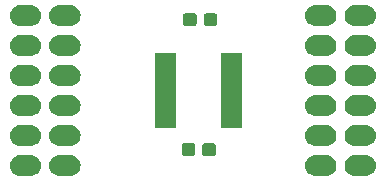
<source format=gbr>
G04 #@! TF.GenerationSoftware,KiCad,Pcbnew,5.1.4+dfsg1-1*
G04 #@! TF.CreationDate,2019-11-09T04:53:54-08:00*
G04 #@! TF.ProjectId,pmod-level-conv,706d6f64-2d6c-4657-9665-6c2d636f6e76,rev?*
G04 #@! TF.SameCoordinates,PX5095e20PY5204180*
G04 #@! TF.FileFunction,Soldermask,Top*
G04 #@! TF.FilePolarity,Negative*
%FSLAX46Y46*%
G04 Gerber Fmt 4.6, Leading zero omitted, Abs format (unit mm)*
G04 Created by KiCad (PCBNEW 5.1.4+dfsg1-1) date 2019-11-09 04:53:54*
%MOMM*%
%LPD*%
G04 APERTURE LIST*
%ADD10C,0.100000*%
G04 APERTURE END LIST*
D10*
G36*
X5700442Y2544482D02*
G01*
X5766627Y2537963D01*
X5936466Y2486443D01*
X6092991Y2402778D01*
X6128729Y2373448D01*
X6230186Y2290186D01*
X6313448Y2188729D01*
X6342778Y2152991D01*
X6426443Y1996466D01*
X6477963Y1826627D01*
X6495359Y1650000D01*
X6477963Y1473373D01*
X6426443Y1303534D01*
X6342778Y1147009D01*
X6313448Y1111271D01*
X6230186Y1009814D01*
X6128729Y926552D01*
X6092991Y897222D01*
X5936466Y813557D01*
X5766627Y762037D01*
X5700443Y755519D01*
X5634260Y749000D01*
X4705740Y749000D01*
X4639557Y755519D01*
X4573373Y762037D01*
X4403534Y813557D01*
X4247009Y897222D01*
X4211271Y926552D01*
X4109814Y1009814D01*
X4026552Y1111271D01*
X3997222Y1147009D01*
X3913557Y1303534D01*
X3862037Y1473373D01*
X3844641Y1650000D01*
X3862037Y1826627D01*
X3913557Y1996466D01*
X3997222Y2152991D01*
X4026552Y2188729D01*
X4109814Y2290186D01*
X4211271Y2373448D01*
X4247009Y2402778D01*
X4403534Y2486443D01*
X4573373Y2537963D01*
X4639558Y2544482D01*
X4705740Y2551000D01*
X5634260Y2551000D01*
X5700442Y2544482D01*
X5700442Y2544482D01*
G37*
G36*
X2360442Y2544482D02*
G01*
X2426627Y2537963D01*
X2596466Y2486443D01*
X2752991Y2402778D01*
X2788729Y2373448D01*
X2890186Y2290186D01*
X2973448Y2188729D01*
X3002778Y2152991D01*
X3086443Y1996466D01*
X3137963Y1826627D01*
X3155359Y1650000D01*
X3137963Y1473373D01*
X3086443Y1303534D01*
X3002778Y1147009D01*
X2973448Y1111271D01*
X2890186Y1009814D01*
X2788729Y926552D01*
X2752991Y897222D01*
X2596466Y813557D01*
X2426627Y762037D01*
X2360443Y755519D01*
X2294260Y749000D01*
X1365740Y749000D01*
X1299557Y755519D01*
X1233373Y762037D01*
X1063534Y813557D01*
X907009Y897222D01*
X871271Y926552D01*
X769814Y1009814D01*
X686552Y1111271D01*
X657222Y1147009D01*
X573557Y1303534D01*
X522037Y1473373D01*
X504641Y1650000D01*
X522037Y1826627D01*
X573557Y1996466D01*
X657222Y2152991D01*
X686552Y2188729D01*
X769814Y2290186D01*
X871271Y2373448D01*
X907009Y2402778D01*
X1063534Y2486443D01*
X1233373Y2537963D01*
X1299558Y2544482D01*
X1365740Y2551000D01*
X2294260Y2551000D01*
X2360442Y2544482D01*
X2360442Y2544482D01*
G37*
G36*
X30700442Y2544482D02*
G01*
X30766627Y2537963D01*
X30936466Y2486443D01*
X31092991Y2402778D01*
X31128729Y2373448D01*
X31230186Y2290186D01*
X31313448Y2188729D01*
X31342778Y2152991D01*
X31426443Y1996466D01*
X31477963Y1826627D01*
X31495359Y1650000D01*
X31477963Y1473373D01*
X31426443Y1303534D01*
X31342778Y1147009D01*
X31313448Y1111271D01*
X31230186Y1009814D01*
X31128729Y926552D01*
X31092991Y897222D01*
X30936466Y813557D01*
X30766627Y762037D01*
X30700443Y755519D01*
X30634260Y749000D01*
X29705740Y749000D01*
X29639557Y755519D01*
X29573373Y762037D01*
X29403534Y813557D01*
X29247009Y897222D01*
X29211271Y926552D01*
X29109814Y1009814D01*
X29026552Y1111271D01*
X28997222Y1147009D01*
X28913557Y1303534D01*
X28862037Y1473373D01*
X28844641Y1650000D01*
X28862037Y1826627D01*
X28913557Y1996466D01*
X28997222Y2152991D01*
X29026552Y2188729D01*
X29109814Y2290186D01*
X29211271Y2373448D01*
X29247009Y2402778D01*
X29403534Y2486443D01*
X29573373Y2537963D01*
X29639558Y2544482D01*
X29705740Y2551000D01*
X30634260Y2551000D01*
X30700442Y2544482D01*
X30700442Y2544482D01*
G37*
G36*
X27360442Y2544482D02*
G01*
X27426627Y2537963D01*
X27596466Y2486443D01*
X27752991Y2402778D01*
X27788729Y2373448D01*
X27890186Y2290186D01*
X27973448Y2188729D01*
X28002778Y2152991D01*
X28086443Y1996466D01*
X28137963Y1826627D01*
X28155359Y1650000D01*
X28137963Y1473373D01*
X28086443Y1303534D01*
X28002778Y1147009D01*
X27973448Y1111271D01*
X27890186Y1009814D01*
X27788729Y926552D01*
X27752991Y897222D01*
X27596466Y813557D01*
X27426627Y762037D01*
X27360443Y755519D01*
X27294260Y749000D01*
X26365740Y749000D01*
X26299557Y755519D01*
X26233373Y762037D01*
X26063534Y813557D01*
X25907009Y897222D01*
X25871271Y926552D01*
X25769814Y1009814D01*
X25686552Y1111271D01*
X25657222Y1147009D01*
X25573557Y1303534D01*
X25522037Y1473373D01*
X25504641Y1650000D01*
X25522037Y1826627D01*
X25573557Y1996466D01*
X25657222Y2152991D01*
X25686552Y2188729D01*
X25769814Y2290186D01*
X25871271Y2373448D01*
X25907009Y2402778D01*
X26063534Y2486443D01*
X26233373Y2537963D01*
X26299558Y2544482D01*
X26365740Y2551000D01*
X27294260Y2551000D01*
X27360442Y2544482D01*
X27360442Y2544482D01*
G37*
G36*
X16039499Y3521555D02*
G01*
X16076995Y3510180D01*
X16111554Y3491708D01*
X16141847Y3466847D01*
X16166708Y3436554D01*
X16185180Y3401995D01*
X16196555Y3364499D01*
X16201000Y3319362D01*
X16201000Y2680638D01*
X16196555Y2635501D01*
X16185180Y2598005D01*
X16166708Y2563446D01*
X16141847Y2533153D01*
X16111554Y2508292D01*
X16076995Y2489820D01*
X16039499Y2478445D01*
X15994362Y2474000D01*
X15255638Y2474000D01*
X15210501Y2478445D01*
X15173005Y2489820D01*
X15138446Y2508292D01*
X15108153Y2533153D01*
X15083292Y2563446D01*
X15064820Y2598005D01*
X15053445Y2635501D01*
X15049000Y2680638D01*
X15049000Y3319362D01*
X15053445Y3364499D01*
X15064820Y3401995D01*
X15083292Y3436554D01*
X15108153Y3466847D01*
X15138446Y3491708D01*
X15173005Y3510180D01*
X15210501Y3521555D01*
X15255638Y3526000D01*
X15994362Y3526000D01*
X16039499Y3521555D01*
X16039499Y3521555D01*
G37*
G36*
X17789499Y3521555D02*
G01*
X17826995Y3510180D01*
X17861554Y3491708D01*
X17891847Y3466847D01*
X17916708Y3436554D01*
X17935180Y3401995D01*
X17946555Y3364499D01*
X17951000Y3319362D01*
X17951000Y2680638D01*
X17946555Y2635501D01*
X17935180Y2598005D01*
X17916708Y2563446D01*
X17891847Y2533153D01*
X17861554Y2508292D01*
X17826995Y2489820D01*
X17789499Y2478445D01*
X17744362Y2474000D01*
X17005638Y2474000D01*
X16960501Y2478445D01*
X16923005Y2489820D01*
X16888446Y2508292D01*
X16858153Y2533153D01*
X16833292Y2563446D01*
X16814820Y2598005D01*
X16803445Y2635501D01*
X16799000Y2680638D01*
X16799000Y3319362D01*
X16803445Y3364499D01*
X16814820Y3401995D01*
X16833292Y3436554D01*
X16858153Y3466847D01*
X16888446Y3491708D01*
X16923005Y3510180D01*
X16960501Y3521555D01*
X17005638Y3526000D01*
X17744362Y3526000D01*
X17789499Y3521555D01*
X17789499Y3521555D01*
G37*
G36*
X2360443Y5084481D02*
G01*
X2426627Y5077963D01*
X2596466Y5026443D01*
X2752991Y4942778D01*
X2788729Y4913448D01*
X2890186Y4830186D01*
X2973448Y4728729D01*
X3002778Y4692991D01*
X3086443Y4536466D01*
X3137963Y4366627D01*
X3155359Y4190000D01*
X3137963Y4013373D01*
X3086443Y3843534D01*
X3002778Y3687009D01*
X2973448Y3651271D01*
X2890186Y3549814D01*
X2789089Y3466847D01*
X2752991Y3437222D01*
X2596466Y3353557D01*
X2426627Y3302037D01*
X2360443Y3295519D01*
X2294260Y3289000D01*
X1365740Y3289000D01*
X1299557Y3295519D01*
X1233373Y3302037D01*
X1063534Y3353557D01*
X907009Y3437222D01*
X870911Y3466847D01*
X769814Y3549814D01*
X686552Y3651271D01*
X657222Y3687009D01*
X573557Y3843534D01*
X522037Y4013373D01*
X504641Y4190000D01*
X522037Y4366627D01*
X573557Y4536466D01*
X657222Y4692991D01*
X686552Y4728729D01*
X769814Y4830186D01*
X871271Y4913448D01*
X907009Y4942778D01*
X1063534Y5026443D01*
X1233373Y5077963D01*
X1299557Y5084481D01*
X1365740Y5091000D01*
X2294260Y5091000D01*
X2360443Y5084481D01*
X2360443Y5084481D01*
G37*
G36*
X5700443Y5084481D02*
G01*
X5766627Y5077963D01*
X5936466Y5026443D01*
X6092991Y4942778D01*
X6128729Y4913448D01*
X6230186Y4830186D01*
X6313448Y4728729D01*
X6342778Y4692991D01*
X6426443Y4536466D01*
X6477963Y4366627D01*
X6495359Y4190000D01*
X6477963Y4013373D01*
X6426443Y3843534D01*
X6342778Y3687009D01*
X6313448Y3651271D01*
X6230186Y3549814D01*
X6129089Y3466847D01*
X6092991Y3437222D01*
X5936466Y3353557D01*
X5766627Y3302037D01*
X5700443Y3295519D01*
X5634260Y3289000D01*
X4705740Y3289000D01*
X4639557Y3295519D01*
X4573373Y3302037D01*
X4403534Y3353557D01*
X4247009Y3437222D01*
X4210911Y3466847D01*
X4109814Y3549814D01*
X4026552Y3651271D01*
X3997222Y3687009D01*
X3913557Y3843534D01*
X3862037Y4013373D01*
X3844641Y4190000D01*
X3862037Y4366627D01*
X3913557Y4536466D01*
X3997222Y4692991D01*
X4026552Y4728729D01*
X4109814Y4830186D01*
X4211271Y4913448D01*
X4247009Y4942778D01*
X4403534Y5026443D01*
X4573373Y5077963D01*
X4639557Y5084481D01*
X4705740Y5091000D01*
X5634260Y5091000D01*
X5700443Y5084481D01*
X5700443Y5084481D01*
G37*
G36*
X30700443Y5084481D02*
G01*
X30766627Y5077963D01*
X30936466Y5026443D01*
X31092991Y4942778D01*
X31128729Y4913448D01*
X31230186Y4830186D01*
X31313448Y4728729D01*
X31342778Y4692991D01*
X31426443Y4536466D01*
X31477963Y4366627D01*
X31495359Y4190000D01*
X31477963Y4013373D01*
X31426443Y3843534D01*
X31342778Y3687009D01*
X31313448Y3651271D01*
X31230186Y3549814D01*
X31129089Y3466847D01*
X31092991Y3437222D01*
X30936466Y3353557D01*
X30766627Y3302037D01*
X30700443Y3295519D01*
X30634260Y3289000D01*
X29705740Y3289000D01*
X29639557Y3295519D01*
X29573373Y3302037D01*
X29403534Y3353557D01*
X29247009Y3437222D01*
X29210911Y3466847D01*
X29109814Y3549814D01*
X29026552Y3651271D01*
X28997222Y3687009D01*
X28913557Y3843534D01*
X28862037Y4013373D01*
X28844641Y4190000D01*
X28862037Y4366627D01*
X28913557Y4536466D01*
X28997222Y4692991D01*
X29026552Y4728729D01*
X29109814Y4830186D01*
X29211271Y4913448D01*
X29247009Y4942778D01*
X29403534Y5026443D01*
X29573373Y5077963D01*
X29639557Y5084481D01*
X29705740Y5091000D01*
X30634260Y5091000D01*
X30700443Y5084481D01*
X30700443Y5084481D01*
G37*
G36*
X27360443Y5084481D02*
G01*
X27426627Y5077963D01*
X27596466Y5026443D01*
X27752991Y4942778D01*
X27788729Y4913448D01*
X27890186Y4830186D01*
X27973448Y4728729D01*
X28002778Y4692991D01*
X28086443Y4536466D01*
X28137963Y4366627D01*
X28155359Y4190000D01*
X28137963Y4013373D01*
X28086443Y3843534D01*
X28002778Y3687009D01*
X27973448Y3651271D01*
X27890186Y3549814D01*
X27789089Y3466847D01*
X27752991Y3437222D01*
X27596466Y3353557D01*
X27426627Y3302037D01*
X27360443Y3295519D01*
X27294260Y3289000D01*
X26365740Y3289000D01*
X26299557Y3295519D01*
X26233373Y3302037D01*
X26063534Y3353557D01*
X25907009Y3437222D01*
X25870911Y3466847D01*
X25769814Y3549814D01*
X25686552Y3651271D01*
X25657222Y3687009D01*
X25573557Y3843534D01*
X25522037Y4013373D01*
X25504641Y4190000D01*
X25522037Y4366627D01*
X25573557Y4536466D01*
X25657222Y4692991D01*
X25686552Y4728729D01*
X25769814Y4830186D01*
X25871271Y4913448D01*
X25907009Y4942778D01*
X26063534Y5026443D01*
X26233373Y5077963D01*
X26299557Y5084481D01*
X26365740Y5091000D01*
X27294260Y5091000D01*
X27360443Y5084481D01*
X27360443Y5084481D01*
G37*
G36*
X14570000Y4855000D02*
G01*
X12830000Y4855000D01*
X12830000Y11145000D01*
X14570000Y11145000D01*
X14570000Y4855000D01*
X14570000Y4855000D01*
G37*
G36*
X20170000Y4855000D02*
G01*
X18430000Y4855000D01*
X18430000Y11145000D01*
X20170000Y11145000D01*
X20170000Y4855000D01*
X20170000Y4855000D01*
G37*
G36*
X27360442Y7624482D02*
G01*
X27426627Y7617963D01*
X27596466Y7566443D01*
X27752991Y7482778D01*
X27786838Y7455000D01*
X27890186Y7370186D01*
X27973448Y7268729D01*
X28002778Y7232991D01*
X28086443Y7076466D01*
X28137963Y6906627D01*
X28155359Y6730000D01*
X28137963Y6553373D01*
X28086443Y6383534D01*
X28002778Y6227009D01*
X27973448Y6191271D01*
X27890186Y6089814D01*
X27788729Y6006552D01*
X27752991Y5977222D01*
X27596466Y5893557D01*
X27426627Y5842037D01*
X27360442Y5835518D01*
X27294260Y5829000D01*
X26365740Y5829000D01*
X26299558Y5835518D01*
X26233373Y5842037D01*
X26063534Y5893557D01*
X25907009Y5977222D01*
X25871271Y6006552D01*
X25769814Y6089814D01*
X25686552Y6191271D01*
X25657222Y6227009D01*
X25573557Y6383534D01*
X25522037Y6553373D01*
X25504641Y6730000D01*
X25522037Y6906627D01*
X25573557Y7076466D01*
X25657222Y7232991D01*
X25686552Y7268729D01*
X25769814Y7370186D01*
X25873162Y7455000D01*
X25907009Y7482778D01*
X26063534Y7566443D01*
X26233373Y7617963D01*
X26299558Y7624482D01*
X26365740Y7631000D01*
X27294260Y7631000D01*
X27360442Y7624482D01*
X27360442Y7624482D01*
G37*
G36*
X5700442Y7624482D02*
G01*
X5766627Y7617963D01*
X5936466Y7566443D01*
X6092991Y7482778D01*
X6126838Y7455000D01*
X6230186Y7370186D01*
X6313448Y7268729D01*
X6342778Y7232991D01*
X6426443Y7076466D01*
X6477963Y6906627D01*
X6495359Y6730000D01*
X6477963Y6553373D01*
X6426443Y6383534D01*
X6342778Y6227009D01*
X6313448Y6191271D01*
X6230186Y6089814D01*
X6128729Y6006552D01*
X6092991Y5977222D01*
X5936466Y5893557D01*
X5766627Y5842037D01*
X5700442Y5835518D01*
X5634260Y5829000D01*
X4705740Y5829000D01*
X4639558Y5835518D01*
X4573373Y5842037D01*
X4403534Y5893557D01*
X4247009Y5977222D01*
X4211271Y6006552D01*
X4109814Y6089814D01*
X4026552Y6191271D01*
X3997222Y6227009D01*
X3913557Y6383534D01*
X3862037Y6553373D01*
X3844641Y6730000D01*
X3862037Y6906627D01*
X3913557Y7076466D01*
X3997222Y7232991D01*
X4026552Y7268729D01*
X4109814Y7370186D01*
X4213162Y7455000D01*
X4247009Y7482778D01*
X4403534Y7566443D01*
X4573373Y7617963D01*
X4639558Y7624482D01*
X4705740Y7631000D01*
X5634260Y7631000D01*
X5700442Y7624482D01*
X5700442Y7624482D01*
G37*
G36*
X2360442Y7624482D02*
G01*
X2426627Y7617963D01*
X2596466Y7566443D01*
X2752991Y7482778D01*
X2786838Y7455000D01*
X2890186Y7370186D01*
X2973448Y7268729D01*
X3002778Y7232991D01*
X3086443Y7076466D01*
X3137963Y6906627D01*
X3155359Y6730000D01*
X3137963Y6553373D01*
X3086443Y6383534D01*
X3002778Y6227009D01*
X2973448Y6191271D01*
X2890186Y6089814D01*
X2788729Y6006552D01*
X2752991Y5977222D01*
X2596466Y5893557D01*
X2426627Y5842037D01*
X2360442Y5835518D01*
X2294260Y5829000D01*
X1365740Y5829000D01*
X1299558Y5835518D01*
X1233373Y5842037D01*
X1063534Y5893557D01*
X907009Y5977222D01*
X871271Y6006552D01*
X769814Y6089814D01*
X686552Y6191271D01*
X657222Y6227009D01*
X573557Y6383534D01*
X522037Y6553373D01*
X504641Y6730000D01*
X522037Y6906627D01*
X573557Y7076466D01*
X657222Y7232991D01*
X686552Y7268729D01*
X769814Y7370186D01*
X873162Y7455000D01*
X907009Y7482778D01*
X1063534Y7566443D01*
X1233373Y7617963D01*
X1299558Y7624482D01*
X1365740Y7631000D01*
X2294260Y7631000D01*
X2360442Y7624482D01*
X2360442Y7624482D01*
G37*
G36*
X30700442Y7624482D02*
G01*
X30766627Y7617963D01*
X30936466Y7566443D01*
X31092991Y7482778D01*
X31126838Y7455000D01*
X31230186Y7370186D01*
X31313448Y7268729D01*
X31342778Y7232991D01*
X31426443Y7076466D01*
X31477963Y6906627D01*
X31495359Y6730000D01*
X31477963Y6553373D01*
X31426443Y6383534D01*
X31342778Y6227009D01*
X31313448Y6191271D01*
X31230186Y6089814D01*
X31128729Y6006552D01*
X31092991Y5977222D01*
X30936466Y5893557D01*
X30766627Y5842037D01*
X30700442Y5835518D01*
X30634260Y5829000D01*
X29705740Y5829000D01*
X29639558Y5835518D01*
X29573373Y5842037D01*
X29403534Y5893557D01*
X29247009Y5977222D01*
X29211271Y6006552D01*
X29109814Y6089814D01*
X29026552Y6191271D01*
X28997222Y6227009D01*
X28913557Y6383534D01*
X28862037Y6553373D01*
X28844641Y6730000D01*
X28862037Y6906627D01*
X28913557Y7076466D01*
X28997222Y7232991D01*
X29026552Y7268729D01*
X29109814Y7370186D01*
X29213162Y7455000D01*
X29247009Y7482778D01*
X29403534Y7566443D01*
X29573373Y7617963D01*
X29639558Y7624482D01*
X29705740Y7631000D01*
X30634260Y7631000D01*
X30700442Y7624482D01*
X30700442Y7624482D01*
G37*
G36*
X30700443Y10164481D02*
G01*
X30766627Y10157963D01*
X30936466Y10106443D01*
X31092991Y10022778D01*
X31128729Y9993448D01*
X31230186Y9910186D01*
X31313448Y9808729D01*
X31342778Y9772991D01*
X31426443Y9616466D01*
X31477963Y9446627D01*
X31495359Y9270000D01*
X31477963Y9093373D01*
X31426443Y8923534D01*
X31342778Y8767009D01*
X31332922Y8755000D01*
X31230186Y8629814D01*
X31128729Y8546552D01*
X31092991Y8517222D01*
X30936466Y8433557D01*
X30766627Y8382037D01*
X30700443Y8375519D01*
X30634260Y8369000D01*
X29705740Y8369000D01*
X29639557Y8375519D01*
X29573373Y8382037D01*
X29403534Y8433557D01*
X29247009Y8517222D01*
X29211271Y8546552D01*
X29109814Y8629814D01*
X29007078Y8755000D01*
X28997222Y8767009D01*
X28913557Y8923534D01*
X28862037Y9093373D01*
X28844641Y9270000D01*
X28862037Y9446627D01*
X28913557Y9616466D01*
X28997222Y9772991D01*
X29026552Y9808729D01*
X29109814Y9910186D01*
X29211271Y9993448D01*
X29247009Y10022778D01*
X29403534Y10106443D01*
X29573373Y10157963D01*
X29639557Y10164481D01*
X29705740Y10171000D01*
X30634260Y10171000D01*
X30700443Y10164481D01*
X30700443Y10164481D01*
G37*
G36*
X27360443Y10164481D02*
G01*
X27426627Y10157963D01*
X27596466Y10106443D01*
X27752991Y10022778D01*
X27788729Y9993448D01*
X27890186Y9910186D01*
X27973448Y9808729D01*
X28002778Y9772991D01*
X28086443Y9616466D01*
X28137963Y9446627D01*
X28155359Y9270000D01*
X28137963Y9093373D01*
X28086443Y8923534D01*
X28002778Y8767009D01*
X27992922Y8755000D01*
X27890186Y8629814D01*
X27788729Y8546552D01*
X27752991Y8517222D01*
X27596466Y8433557D01*
X27426627Y8382037D01*
X27360443Y8375519D01*
X27294260Y8369000D01*
X26365740Y8369000D01*
X26299557Y8375519D01*
X26233373Y8382037D01*
X26063534Y8433557D01*
X25907009Y8517222D01*
X25871271Y8546552D01*
X25769814Y8629814D01*
X25667078Y8755000D01*
X25657222Y8767009D01*
X25573557Y8923534D01*
X25522037Y9093373D01*
X25504641Y9270000D01*
X25522037Y9446627D01*
X25573557Y9616466D01*
X25657222Y9772991D01*
X25686552Y9808729D01*
X25769814Y9910186D01*
X25871271Y9993448D01*
X25907009Y10022778D01*
X26063534Y10106443D01*
X26233373Y10157963D01*
X26299557Y10164481D01*
X26365740Y10171000D01*
X27294260Y10171000D01*
X27360443Y10164481D01*
X27360443Y10164481D01*
G37*
G36*
X2360443Y10164481D02*
G01*
X2426627Y10157963D01*
X2596466Y10106443D01*
X2752991Y10022778D01*
X2788729Y9993448D01*
X2890186Y9910186D01*
X2973448Y9808729D01*
X3002778Y9772991D01*
X3086443Y9616466D01*
X3137963Y9446627D01*
X3155359Y9270000D01*
X3137963Y9093373D01*
X3086443Y8923534D01*
X3002778Y8767009D01*
X2992922Y8755000D01*
X2890186Y8629814D01*
X2788729Y8546552D01*
X2752991Y8517222D01*
X2596466Y8433557D01*
X2426627Y8382037D01*
X2360443Y8375519D01*
X2294260Y8369000D01*
X1365740Y8369000D01*
X1299557Y8375519D01*
X1233373Y8382037D01*
X1063534Y8433557D01*
X907009Y8517222D01*
X871271Y8546552D01*
X769814Y8629814D01*
X667078Y8755000D01*
X657222Y8767009D01*
X573557Y8923534D01*
X522037Y9093373D01*
X504641Y9270000D01*
X522037Y9446627D01*
X573557Y9616466D01*
X657222Y9772991D01*
X686552Y9808729D01*
X769814Y9910186D01*
X871271Y9993448D01*
X907009Y10022778D01*
X1063534Y10106443D01*
X1233373Y10157963D01*
X1299557Y10164481D01*
X1365740Y10171000D01*
X2294260Y10171000D01*
X2360443Y10164481D01*
X2360443Y10164481D01*
G37*
G36*
X5700443Y10164481D02*
G01*
X5766627Y10157963D01*
X5936466Y10106443D01*
X6092991Y10022778D01*
X6128729Y9993448D01*
X6230186Y9910186D01*
X6313448Y9808729D01*
X6342778Y9772991D01*
X6426443Y9616466D01*
X6477963Y9446627D01*
X6495359Y9270000D01*
X6477963Y9093373D01*
X6426443Y8923534D01*
X6342778Y8767009D01*
X6332922Y8755000D01*
X6230186Y8629814D01*
X6128729Y8546552D01*
X6092991Y8517222D01*
X5936466Y8433557D01*
X5766627Y8382037D01*
X5700443Y8375519D01*
X5634260Y8369000D01*
X4705740Y8369000D01*
X4639557Y8375519D01*
X4573373Y8382037D01*
X4403534Y8433557D01*
X4247009Y8517222D01*
X4211271Y8546552D01*
X4109814Y8629814D01*
X4007078Y8755000D01*
X3997222Y8767009D01*
X3913557Y8923534D01*
X3862037Y9093373D01*
X3844641Y9270000D01*
X3862037Y9446627D01*
X3913557Y9616466D01*
X3997222Y9772991D01*
X4026552Y9808729D01*
X4109814Y9910186D01*
X4211271Y9993448D01*
X4247009Y10022778D01*
X4403534Y10106443D01*
X4573373Y10157963D01*
X4639557Y10164481D01*
X4705740Y10171000D01*
X5634260Y10171000D01*
X5700443Y10164481D01*
X5700443Y10164481D01*
G37*
G36*
X30700442Y12704482D02*
G01*
X30766627Y12697963D01*
X30936466Y12646443D01*
X31092991Y12562778D01*
X31128729Y12533448D01*
X31230186Y12450186D01*
X31313448Y12348729D01*
X31342778Y12312991D01*
X31426443Y12156466D01*
X31477963Y11986627D01*
X31495359Y11810000D01*
X31477963Y11633373D01*
X31426443Y11463534D01*
X31342778Y11307009D01*
X31313448Y11271271D01*
X31230186Y11169814D01*
X31128729Y11086552D01*
X31092991Y11057222D01*
X30936466Y10973557D01*
X30766627Y10922037D01*
X30700443Y10915519D01*
X30634260Y10909000D01*
X29705740Y10909000D01*
X29639557Y10915519D01*
X29573373Y10922037D01*
X29403534Y10973557D01*
X29247009Y11057222D01*
X29211271Y11086552D01*
X29109814Y11169814D01*
X29026552Y11271271D01*
X28997222Y11307009D01*
X28913557Y11463534D01*
X28862037Y11633373D01*
X28844641Y11810000D01*
X28862037Y11986627D01*
X28913557Y12156466D01*
X28997222Y12312991D01*
X29026552Y12348729D01*
X29109814Y12450186D01*
X29211271Y12533448D01*
X29247009Y12562778D01*
X29403534Y12646443D01*
X29573373Y12697963D01*
X29639558Y12704482D01*
X29705740Y12711000D01*
X30634260Y12711000D01*
X30700442Y12704482D01*
X30700442Y12704482D01*
G37*
G36*
X5700442Y12704482D02*
G01*
X5766627Y12697963D01*
X5936466Y12646443D01*
X6092991Y12562778D01*
X6128729Y12533448D01*
X6230186Y12450186D01*
X6313448Y12348729D01*
X6342778Y12312991D01*
X6426443Y12156466D01*
X6477963Y11986627D01*
X6495359Y11810000D01*
X6477963Y11633373D01*
X6426443Y11463534D01*
X6342778Y11307009D01*
X6313448Y11271271D01*
X6230186Y11169814D01*
X6128729Y11086552D01*
X6092991Y11057222D01*
X5936466Y10973557D01*
X5766627Y10922037D01*
X5700443Y10915519D01*
X5634260Y10909000D01*
X4705740Y10909000D01*
X4639557Y10915519D01*
X4573373Y10922037D01*
X4403534Y10973557D01*
X4247009Y11057222D01*
X4211271Y11086552D01*
X4109814Y11169814D01*
X4026552Y11271271D01*
X3997222Y11307009D01*
X3913557Y11463534D01*
X3862037Y11633373D01*
X3844641Y11810000D01*
X3862037Y11986627D01*
X3913557Y12156466D01*
X3997222Y12312991D01*
X4026552Y12348729D01*
X4109814Y12450186D01*
X4211271Y12533448D01*
X4247009Y12562778D01*
X4403534Y12646443D01*
X4573373Y12697963D01*
X4639558Y12704482D01*
X4705740Y12711000D01*
X5634260Y12711000D01*
X5700442Y12704482D01*
X5700442Y12704482D01*
G37*
G36*
X2360442Y12704482D02*
G01*
X2426627Y12697963D01*
X2596466Y12646443D01*
X2752991Y12562778D01*
X2788729Y12533448D01*
X2890186Y12450186D01*
X2973448Y12348729D01*
X3002778Y12312991D01*
X3086443Y12156466D01*
X3137963Y11986627D01*
X3155359Y11810000D01*
X3137963Y11633373D01*
X3086443Y11463534D01*
X3002778Y11307009D01*
X2973448Y11271271D01*
X2890186Y11169814D01*
X2788729Y11086552D01*
X2752991Y11057222D01*
X2596466Y10973557D01*
X2426627Y10922037D01*
X2360443Y10915519D01*
X2294260Y10909000D01*
X1365740Y10909000D01*
X1299557Y10915519D01*
X1233373Y10922037D01*
X1063534Y10973557D01*
X907009Y11057222D01*
X871271Y11086552D01*
X769814Y11169814D01*
X686552Y11271271D01*
X657222Y11307009D01*
X573557Y11463534D01*
X522037Y11633373D01*
X504641Y11810000D01*
X522037Y11986627D01*
X573557Y12156466D01*
X657222Y12312991D01*
X686552Y12348729D01*
X769814Y12450186D01*
X871271Y12533448D01*
X907009Y12562778D01*
X1063534Y12646443D01*
X1233373Y12697963D01*
X1299558Y12704482D01*
X1365740Y12711000D01*
X2294260Y12711000D01*
X2360442Y12704482D01*
X2360442Y12704482D01*
G37*
G36*
X27360442Y12704482D02*
G01*
X27426627Y12697963D01*
X27596466Y12646443D01*
X27752991Y12562778D01*
X27788729Y12533448D01*
X27890186Y12450186D01*
X27973448Y12348729D01*
X28002778Y12312991D01*
X28086443Y12156466D01*
X28137963Y11986627D01*
X28155359Y11810000D01*
X28137963Y11633373D01*
X28086443Y11463534D01*
X28002778Y11307009D01*
X27973448Y11271271D01*
X27890186Y11169814D01*
X27788729Y11086552D01*
X27752991Y11057222D01*
X27596466Y10973557D01*
X27426627Y10922037D01*
X27360443Y10915519D01*
X27294260Y10909000D01*
X26365740Y10909000D01*
X26299557Y10915519D01*
X26233373Y10922037D01*
X26063534Y10973557D01*
X25907009Y11057222D01*
X25871271Y11086552D01*
X25769814Y11169814D01*
X25686552Y11271271D01*
X25657222Y11307009D01*
X25573557Y11463534D01*
X25522037Y11633373D01*
X25504641Y11810000D01*
X25522037Y11986627D01*
X25573557Y12156466D01*
X25657222Y12312991D01*
X25686552Y12348729D01*
X25769814Y12450186D01*
X25871271Y12533448D01*
X25907009Y12562778D01*
X26063534Y12646443D01*
X26233373Y12697963D01*
X26299558Y12704482D01*
X26365740Y12711000D01*
X27294260Y12711000D01*
X27360442Y12704482D01*
X27360442Y12704482D01*
G37*
G36*
X30700443Y15244481D02*
G01*
X30766627Y15237963D01*
X30936466Y15186443D01*
X31092991Y15102778D01*
X31128729Y15073448D01*
X31230186Y14990186D01*
X31313448Y14888729D01*
X31342778Y14852991D01*
X31426443Y14696466D01*
X31477963Y14526627D01*
X31495359Y14350000D01*
X31477963Y14173373D01*
X31426443Y14003534D01*
X31342778Y13847009D01*
X31313448Y13811271D01*
X31230186Y13709814D01*
X31140673Y13636354D01*
X31092991Y13597222D01*
X31092989Y13597221D01*
X30945383Y13518323D01*
X30936466Y13513557D01*
X30766627Y13462037D01*
X30700442Y13455518D01*
X30634260Y13449000D01*
X29705740Y13449000D01*
X29639558Y13455518D01*
X29573373Y13462037D01*
X29403534Y13513557D01*
X29394618Y13518323D01*
X29247011Y13597221D01*
X29247009Y13597222D01*
X29199327Y13636354D01*
X29109814Y13709814D01*
X29026552Y13811271D01*
X28997222Y13847009D01*
X28913557Y14003534D01*
X28862037Y14173373D01*
X28844641Y14350000D01*
X28862037Y14526627D01*
X28913557Y14696466D01*
X28997222Y14852991D01*
X29026552Y14888729D01*
X29109814Y14990186D01*
X29211271Y15073448D01*
X29247009Y15102778D01*
X29403534Y15186443D01*
X29573373Y15237963D01*
X29639557Y15244481D01*
X29705740Y15251000D01*
X30634260Y15251000D01*
X30700443Y15244481D01*
X30700443Y15244481D01*
G37*
G36*
X27360443Y15244481D02*
G01*
X27426627Y15237963D01*
X27596466Y15186443D01*
X27752991Y15102778D01*
X27788729Y15073448D01*
X27890186Y14990186D01*
X27973448Y14888729D01*
X28002778Y14852991D01*
X28086443Y14696466D01*
X28137963Y14526627D01*
X28155359Y14350000D01*
X28137963Y14173373D01*
X28086443Y14003534D01*
X28002778Y13847009D01*
X27973448Y13811271D01*
X27890186Y13709814D01*
X27800673Y13636354D01*
X27752991Y13597222D01*
X27752989Y13597221D01*
X27605383Y13518323D01*
X27596466Y13513557D01*
X27426627Y13462037D01*
X27360442Y13455518D01*
X27294260Y13449000D01*
X26365740Y13449000D01*
X26299558Y13455518D01*
X26233373Y13462037D01*
X26063534Y13513557D01*
X26054618Y13518323D01*
X25907011Y13597221D01*
X25907009Y13597222D01*
X25859327Y13636354D01*
X25769814Y13709814D01*
X25686552Y13811271D01*
X25657222Y13847009D01*
X25573557Y14003534D01*
X25522037Y14173373D01*
X25504641Y14350000D01*
X25522037Y14526627D01*
X25573557Y14696466D01*
X25657222Y14852991D01*
X25686552Y14888729D01*
X25769814Y14990186D01*
X25871271Y15073448D01*
X25907009Y15102778D01*
X26063534Y15186443D01*
X26233373Y15237963D01*
X26299557Y15244481D01*
X26365740Y15251000D01*
X27294260Y15251000D01*
X27360443Y15244481D01*
X27360443Y15244481D01*
G37*
G36*
X2360443Y15244481D02*
G01*
X2426627Y15237963D01*
X2596466Y15186443D01*
X2752991Y15102778D01*
X2788729Y15073448D01*
X2890186Y14990186D01*
X2973448Y14888729D01*
X3002778Y14852991D01*
X3086443Y14696466D01*
X3137963Y14526627D01*
X3155359Y14350000D01*
X3137963Y14173373D01*
X3086443Y14003534D01*
X3002778Y13847009D01*
X2973448Y13811271D01*
X2890186Y13709814D01*
X2800673Y13636354D01*
X2752991Y13597222D01*
X2752989Y13597221D01*
X2605383Y13518323D01*
X2596466Y13513557D01*
X2426627Y13462037D01*
X2360442Y13455518D01*
X2294260Y13449000D01*
X1365740Y13449000D01*
X1299558Y13455518D01*
X1233373Y13462037D01*
X1063534Y13513557D01*
X1054618Y13518323D01*
X907011Y13597221D01*
X907009Y13597222D01*
X859327Y13636354D01*
X769814Y13709814D01*
X686552Y13811271D01*
X657222Y13847009D01*
X573557Y14003534D01*
X522037Y14173373D01*
X504641Y14350000D01*
X522037Y14526627D01*
X573557Y14696466D01*
X657222Y14852991D01*
X686552Y14888729D01*
X769814Y14990186D01*
X871271Y15073448D01*
X907009Y15102778D01*
X1063534Y15186443D01*
X1233373Y15237963D01*
X1299557Y15244481D01*
X1365740Y15251000D01*
X2294260Y15251000D01*
X2360443Y15244481D01*
X2360443Y15244481D01*
G37*
G36*
X5700443Y15244481D02*
G01*
X5766627Y15237963D01*
X5936466Y15186443D01*
X6092991Y15102778D01*
X6128729Y15073448D01*
X6230186Y14990186D01*
X6313448Y14888729D01*
X6342778Y14852991D01*
X6426443Y14696466D01*
X6477963Y14526627D01*
X6495359Y14350000D01*
X6477963Y14173373D01*
X6426443Y14003534D01*
X6342778Y13847009D01*
X6313448Y13811271D01*
X6230186Y13709814D01*
X6140673Y13636354D01*
X6092991Y13597222D01*
X6092989Y13597221D01*
X5945383Y13518323D01*
X5936466Y13513557D01*
X5766627Y13462037D01*
X5700442Y13455518D01*
X5634260Y13449000D01*
X4705740Y13449000D01*
X4639558Y13455518D01*
X4573373Y13462037D01*
X4403534Y13513557D01*
X4394618Y13518323D01*
X4247011Y13597221D01*
X4247009Y13597222D01*
X4199327Y13636354D01*
X4109814Y13709814D01*
X4026552Y13811271D01*
X3997222Y13847009D01*
X3913557Y14003534D01*
X3862037Y14173373D01*
X3844641Y14350000D01*
X3862037Y14526627D01*
X3913557Y14696466D01*
X3997222Y14852991D01*
X4026552Y14888729D01*
X4109814Y14990186D01*
X4211271Y15073448D01*
X4247009Y15102778D01*
X4403534Y15186443D01*
X4573373Y15237963D01*
X4639557Y15244481D01*
X4705740Y15251000D01*
X5634260Y15251000D01*
X5700443Y15244481D01*
X5700443Y15244481D01*
G37*
G36*
X17914499Y14521555D02*
G01*
X17951995Y14510180D01*
X17986554Y14491708D01*
X18016847Y14466847D01*
X18041708Y14436554D01*
X18060180Y14401995D01*
X18071555Y14364499D01*
X18076000Y14319362D01*
X18076000Y13680638D01*
X18071555Y13635501D01*
X18060180Y13598005D01*
X18041708Y13563446D01*
X18016847Y13533153D01*
X17986554Y13508292D01*
X17951995Y13489820D01*
X17914499Y13478445D01*
X17869362Y13474000D01*
X17130638Y13474000D01*
X17085501Y13478445D01*
X17048005Y13489820D01*
X17013446Y13508292D01*
X16983153Y13533153D01*
X16958292Y13563446D01*
X16939820Y13598005D01*
X16928445Y13635501D01*
X16924000Y13680638D01*
X16924000Y14319362D01*
X16928445Y14364499D01*
X16939820Y14401995D01*
X16958292Y14436554D01*
X16983153Y14466847D01*
X17013446Y14491708D01*
X17048005Y14510180D01*
X17085501Y14521555D01*
X17130638Y14526000D01*
X17869362Y14526000D01*
X17914499Y14521555D01*
X17914499Y14521555D01*
G37*
G36*
X16164499Y14521555D02*
G01*
X16201995Y14510180D01*
X16236554Y14491708D01*
X16266847Y14466847D01*
X16291708Y14436554D01*
X16310180Y14401995D01*
X16321555Y14364499D01*
X16326000Y14319362D01*
X16326000Y13680638D01*
X16321555Y13635501D01*
X16310180Y13598005D01*
X16291708Y13563446D01*
X16266847Y13533153D01*
X16236554Y13508292D01*
X16201995Y13489820D01*
X16164499Y13478445D01*
X16119362Y13474000D01*
X15380638Y13474000D01*
X15335501Y13478445D01*
X15298005Y13489820D01*
X15263446Y13508292D01*
X15233153Y13533153D01*
X15208292Y13563446D01*
X15189820Y13598005D01*
X15178445Y13635501D01*
X15174000Y13680638D01*
X15174000Y14319362D01*
X15178445Y14364499D01*
X15189820Y14401995D01*
X15208292Y14436554D01*
X15233153Y14466847D01*
X15263446Y14491708D01*
X15298005Y14510180D01*
X15335501Y14521555D01*
X15380638Y14526000D01*
X16119362Y14526000D01*
X16164499Y14521555D01*
X16164499Y14521555D01*
G37*
M02*

</source>
